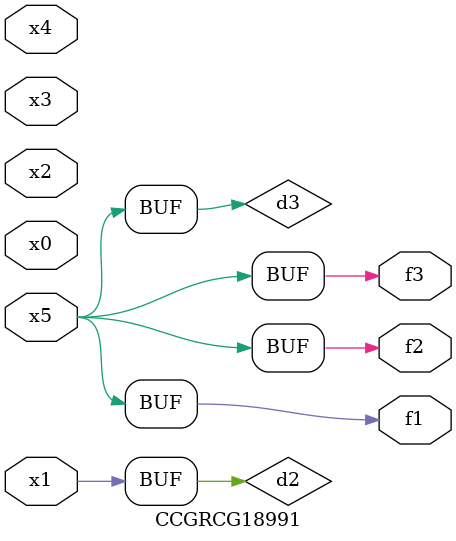
<source format=v>
module CCGRCG18991(
	input x0, x1, x2, x3, x4, x5,
	output f1, f2, f3
);

	wire d1, d2, d3;

	not (d1, x5);
	or (d2, x1);
	xnor (d3, d1);
	assign f1 = d3;
	assign f2 = d3;
	assign f3 = d3;
endmodule

</source>
